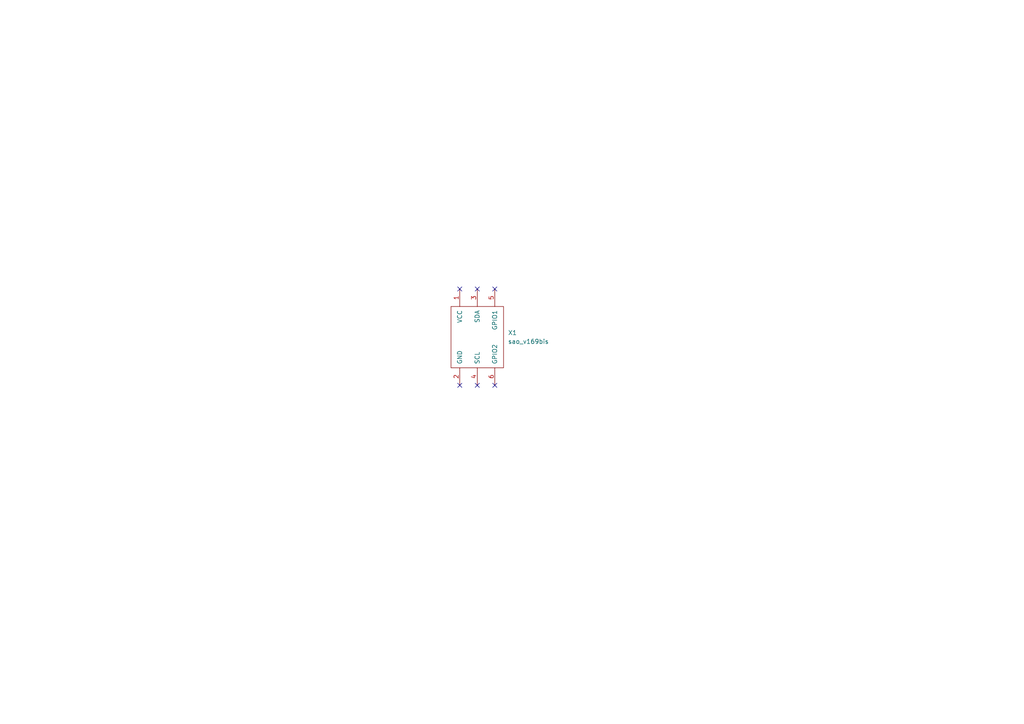
<source format=kicad_sch>
(kicad_sch (version 20211123) (generator eeschema)
  (paper "A4")
  (lib_symbols
    (symbol "BadgePiratesSymbols:Badgelife_sao_connector_v169bis" (pin_names (offset 1.016))
      (property "Reference" "X" (at 0 0 0))
      (property "Value" "Badgelife_sao_connector_v169bis" (at 0 20.32 0))
      (symbol "Badgelife_sao_connector_v169bis_0_1"
        (rectangle (start -7.62 8.89) (end 7.62 -8.89))
      )
      (symbol "Badgelife_sao_connector_v169bis_1_1"
        (pin input line (at -5.08 13.97 270) (length 5.08) (name "VCC") (number "1"))
        (pin input line (at -5.08 -13.97 90) (length 5.08) (name "GND") (number "2"))
        (pin input line (at 0 13.97 270) (length 5.08) (name "SDA") (number "3"))
        (pin input line (at 0 -13.97 90) (length 5.08) (name "SCL") (number "4"))
        (pin input line (at 5.08 13.97 270) (length 5.08) (name "GPIO1") (number "5"))
        (pin input line (at 5.08 -13.97 90) (length 5.08) (name "GPIO2") (number "6"))
      )
    )
  )
  (no_connect (at 133.35 111.76))
  (no_connect (at 133.35 83.82))
  (no_connect (at 138.43 83.82))
  (no_connect (at 143.51 83.82))
  (no_connect (at 143.51 111.76))
  (no_connect (at 138.43 111.76))
  (symbol (lib_id "BadgePiratesSymbols:Badgelife_sao_connector_v169bis") (at 138.43 97.79 0) (unit 1)
    (property "Reference" "X1" (at 147.32 96.5199 0) (effects (justify left)))
    (property "Value" "sao_v169bis" (at 147.32 99.0599 0) (effects (justify left)))
    (property "Footprint" "BadgePirates:Badgelife-SAOv169-SAO_Side_B.SLK" (effects hide))
  )
)
</source>
